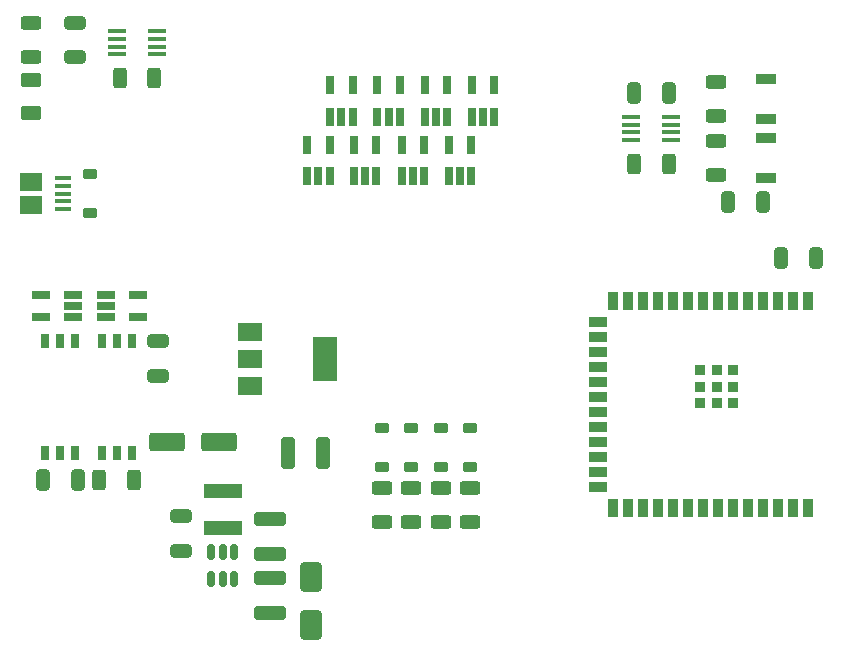
<source format=gbr>
%TF.GenerationSoftware,KiCad,Pcbnew,7.0.6*%
%TF.CreationDate,2024-01-14T01:11:59-05:00*%
%TF.ProjectId,Dynamo,44796e61-6d6f-42e6-9b69-6361645f7063,rev?*%
%TF.SameCoordinates,Original*%
%TF.FileFunction,Paste,Top*%
%TF.FilePolarity,Positive*%
%FSLAX46Y46*%
G04 Gerber Fmt 4.6, Leading zero omitted, Abs format (unit mm)*
G04 Created by KiCad (PCBNEW 7.0.6) date 2024-01-14 01:11:59*
%MOMM*%
%LPD*%
G01*
G04 APERTURE LIST*
G04 Aperture macros list*
%AMRoundRect*
0 Rectangle with rounded corners*
0 $1 Rounding radius*
0 $2 $3 $4 $5 $6 $7 $8 $9 X,Y pos of 4 corners*
0 Add a 4 corners polygon primitive as box body*
4,1,4,$2,$3,$4,$5,$6,$7,$8,$9,$2,$3,0*
0 Add four circle primitives for the rounded corners*
1,1,$1+$1,$2,$3*
1,1,$1+$1,$4,$5*
1,1,$1+$1,$6,$7*
1,1,$1+$1,$8,$9*
0 Add four rect primitives between the rounded corners*
20,1,$1+$1,$2,$3,$4,$5,0*
20,1,$1+$1,$4,$5,$6,$7,0*
20,1,$1+$1,$6,$7,$8,$9,0*
20,1,$1+$1,$8,$9,$2,$3,0*%
G04 Aperture macros list end*
%ADD10RoundRect,0.250000X0.325000X1.100000X-0.325000X1.100000X-0.325000X-1.100000X0.325000X-1.100000X0*%
%ADD11RoundRect,0.250000X0.650000X-1.000000X0.650000X1.000000X-0.650000X1.000000X-0.650000X-1.000000X0*%
%ADD12R,0.900000X1.500000*%
%ADD13R,1.500000X0.900000*%
%ADD14R,0.900000X0.900000*%
%ADD15RoundRect,0.225000X0.375000X-0.225000X0.375000X0.225000X-0.375000X0.225000X-0.375000X-0.225000X0*%
%ADD16R,1.560000X0.650000*%
%ADD17R,1.600000X0.300000*%
%ADD18R,3.300000X1.200000*%
%ADD19RoundRect,0.250000X-1.100000X0.325000X-1.100000X-0.325000X1.100000X-0.325000X1.100000X0.325000X0*%
%ADD20RoundRect,0.250000X1.100000X-0.325000X1.100000X0.325000X-1.100000X0.325000X-1.100000X-0.325000X0*%
%ADD21R,0.650000X1.560000*%
%ADD22RoundRect,0.250000X0.312500X0.625000X-0.312500X0.625000X-0.312500X-0.625000X0.312500X-0.625000X0*%
%ADD23RoundRect,0.250000X0.625000X-0.312500X0.625000X0.312500X-0.625000X0.312500X-0.625000X-0.312500X0*%
%ADD24RoundRect,0.250000X1.250000X0.550000X-1.250000X0.550000X-1.250000X-0.550000X1.250000X-0.550000X0*%
%ADD25RoundRect,0.250000X-0.325000X-0.650000X0.325000X-0.650000X0.325000X0.650000X-0.325000X0.650000X0*%
%ADD26R,1.700000X0.900000*%
%ADD27R,0.800000X1.300000*%
%ADD28RoundRect,0.250000X-0.625000X0.312500X-0.625000X-0.312500X0.625000X-0.312500X0.625000X0.312500X0*%
%ADD29RoundRect,0.250000X0.325000X0.650000X-0.325000X0.650000X-0.325000X-0.650000X0.325000X-0.650000X0*%
%ADD30RoundRect,0.250000X-0.625000X0.375000X-0.625000X-0.375000X0.625000X-0.375000X0.625000X0.375000X0*%
%ADD31RoundRect,0.250000X0.650000X-0.325000X0.650000X0.325000X-0.650000X0.325000X-0.650000X-0.325000X0*%
%ADD32RoundRect,0.250000X-0.650000X0.325000X-0.650000X-0.325000X0.650000X-0.325000X0.650000X0.325000X0*%
%ADD33R,1.350000X0.400000*%
%ADD34R,1.900000X1.500000*%
%ADD35RoundRect,0.150000X0.150000X-0.512500X0.150000X0.512500X-0.150000X0.512500X-0.150000X-0.512500X0*%
%ADD36R,2.000000X1.500000*%
%ADD37R,2.000000X3.800000*%
G04 APERTURE END LIST*
D10*
%TO.C,C6*%
X145025000Y-86500000D03*
X147975000Y-86500000D03*
%TD*%
D11*
%TO.C,D7*%
X147000000Y-101000000D03*
X147000000Y-97000000D03*
%TD*%
D12*
%TO.C,U10*%
X189070000Y-73600000D03*
X187800000Y-73600000D03*
X186530000Y-73600000D03*
X185260000Y-73600000D03*
X183990000Y-73600000D03*
X182720000Y-73600000D03*
X181450000Y-73600000D03*
X180180000Y-73600000D03*
X178910000Y-73600000D03*
X177640000Y-73600000D03*
X176370000Y-73600000D03*
X175100000Y-73600000D03*
X173830000Y-73600000D03*
X172560000Y-73600000D03*
D13*
X171310000Y-75365000D03*
X171310000Y-76635000D03*
X171310000Y-77905000D03*
X171310000Y-79175000D03*
X171310000Y-80445000D03*
X171310000Y-81715000D03*
X171310000Y-82985000D03*
X171310000Y-84255000D03*
X171310000Y-85525000D03*
X171310000Y-86795000D03*
X171310000Y-88065000D03*
X171310000Y-89335000D03*
D12*
X172560000Y-91100000D03*
X173830000Y-91100000D03*
X175100000Y-91100000D03*
X176370000Y-91100000D03*
X177640000Y-91100000D03*
X178910000Y-91100000D03*
X180180000Y-91100000D03*
X181450000Y-91100000D03*
X182720000Y-91100000D03*
X183990000Y-91100000D03*
X185260000Y-91100000D03*
X186530000Y-91100000D03*
X187800000Y-91100000D03*
X189070000Y-91100000D03*
D14*
X181350000Y-80850000D03*
X181350000Y-79450000D03*
X182750000Y-79450000D03*
X182750000Y-82250000D03*
X179950000Y-80850000D03*
X181350000Y-82250000D03*
X179950000Y-82250000D03*
X182750000Y-80850000D03*
X179950000Y-79450000D03*
%TD*%
D15*
%TO.C,D2*%
X153000000Y-84350000D03*
X153000000Y-87650000D03*
%TD*%
D16*
%TO.C,U5*%
X129650000Y-73050000D03*
X129650000Y-74000000D03*
X129650000Y-74950000D03*
X132350000Y-74950000D03*
X132350000Y-73050000D03*
%TD*%
D17*
%TO.C,U14*%
X133950000Y-50775000D03*
X133950000Y-51425000D03*
X133950000Y-52075000D03*
X133950000Y-52725000D03*
X130550000Y-52725000D03*
X130550000Y-52075000D03*
X130550000Y-51425000D03*
X130550000Y-50775000D03*
%TD*%
D18*
%TO.C,L1*%
X139500000Y-89700000D03*
X139500000Y-92800000D03*
%TD*%
D19*
%TO.C,C4*%
X143500000Y-92050000D03*
X143500000Y-95000000D03*
%TD*%
D20*
%TO.C,C2*%
X143500000Y-100000000D03*
X143500000Y-97050000D03*
%TD*%
D21*
%TO.C,U6*%
X152600000Y-58050000D03*
X153550000Y-58050000D03*
X154500000Y-58050000D03*
X154500000Y-55350000D03*
X152600000Y-55350000D03*
%TD*%
D22*
%TO.C,R3*%
X177262500Y-62000000D03*
X174337500Y-62000000D03*
%TD*%
%TO.C,R10*%
X133712500Y-54750000D03*
X130787500Y-54750000D03*
%TD*%
D23*
%TO.C,R7*%
X155450000Y-89400000D03*
X155450000Y-92325000D03*
%TD*%
%TO.C,R9*%
X160450000Y-89400000D03*
X160450000Y-92325000D03*
%TD*%
D24*
%TO.C,C5*%
X134800000Y-85500000D03*
X139200000Y-85500000D03*
%TD*%
D23*
%TO.C,R8*%
X157950000Y-89400000D03*
X157950000Y-92325000D03*
%TD*%
D25*
%TO.C,C1*%
X124295000Y-88750000D03*
X127245000Y-88750000D03*
%TD*%
D26*
%TO.C,BOOT1*%
X185500000Y-54800000D03*
X185500000Y-58200000D03*
%TD*%
D27*
%TO.C,U2*%
X124500000Y-86500000D03*
X125770000Y-86500000D03*
X127040000Y-86500000D03*
X127040000Y-77000000D03*
X125770000Y-77000000D03*
X124500000Y-77000000D03*
%TD*%
D28*
%TO.C,R4*%
X181250000Y-60037500D03*
X181250000Y-62962500D03*
%TD*%
D21*
%TO.C,U17*%
X158650000Y-63050000D03*
X159600000Y-63050000D03*
X160550000Y-63050000D03*
X160550000Y-60350000D03*
X158650000Y-60350000D03*
%TD*%
D28*
%TO.C,R2*%
X123250000Y-50037500D03*
X123250000Y-52962500D03*
%TD*%
D21*
%TO.C,U7*%
X148600000Y-58050000D03*
X149550000Y-58050000D03*
X150500000Y-58050000D03*
X150500000Y-55350000D03*
X148600000Y-55350000D03*
%TD*%
D29*
%TO.C,C7*%
X185225000Y-65250000D03*
X182275000Y-65250000D03*
%TD*%
D21*
%TO.C,U15*%
X146650000Y-63050000D03*
X147600000Y-63050000D03*
X148550000Y-63050000D03*
X148550000Y-60350000D03*
X146650000Y-60350000D03*
%TD*%
D30*
%TO.C,D1*%
X123250000Y-54850000D03*
X123250000Y-57650000D03*
%TD*%
D21*
%TO.C,U16*%
X154650000Y-63050000D03*
X155600000Y-63050000D03*
X156550000Y-63050000D03*
X156550000Y-60350000D03*
X154650000Y-60350000D03*
%TD*%
D22*
%TO.C,R1*%
X131982500Y-88750000D03*
X129057500Y-88750000D03*
%TD*%
D31*
%TO.C,CU14*%
X127000000Y-52975000D03*
X127000000Y-50025000D03*
%TD*%
D32*
%TO.C,CU2*%
X134000000Y-77025000D03*
X134000000Y-79975000D03*
%TD*%
D15*
%TO.C,D5*%
X160450000Y-84350000D03*
X160450000Y-87650000D03*
%TD*%
D33*
%TO.C,JUSB1*%
X126000000Y-63200000D03*
X126000000Y-63850000D03*
X126000000Y-64500000D03*
X126000000Y-65150000D03*
X126000000Y-65800000D03*
D34*
X123300000Y-63500000D03*
X123300000Y-65500000D03*
%TD*%
D17*
%TO.C,U13*%
X174100000Y-58025000D03*
X174100000Y-58675000D03*
X174100000Y-59325000D03*
X174100000Y-59975000D03*
X177500000Y-59975000D03*
X177500000Y-59325000D03*
X177500000Y-58675000D03*
X177500000Y-58025000D03*
%TD*%
D31*
%TO.C,C3*%
X136000000Y-94750000D03*
X136000000Y-91800000D03*
%TD*%
D21*
%TO.C,U12*%
X150600000Y-63050000D03*
X151550000Y-63050000D03*
X152500000Y-63050000D03*
X152500000Y-60350000D03*
X150600000Y-60350000D03*
%TD*%
D27*
%TO.C,U3*%
X129250000Y-86500000D03*
X130520000Y-86500000D03*
X131790000Y-86500000D03*
X131790000Y-77000000D03*
X130520000Y-77000000D03*
X129250000Y-77000000D03*
%TD*%
D23*
%TO.C,R6*%
X153000000Y-89412500D03*
X153000000Y-92337500D03*
%TD*%
D25*
%TO.C,CU10*%
X186775000Y-70000000D03*
X189725000Y-70000000D03*
%TD*%
D21*
%TO.C,U9*%
X160600000Y-58050000D03*
X161550000Y-58050000D03*
X162500000Y-58050000D03*
X162500000Y-55350000D03*
X160600000Y-55350000D03*
%TD*%
D26*
%TO.C,RESET1*%
X185500000Y-59800000D03*
X185500000Y-63200000D03*
%TD*%
D35*
%TO.C,U1*%
X138550000Y-97137500D03*
X139500000Y-97137500D03*
X140450000Y-97137500D03*
X140450000Y-94862500D03*
X139500000Y-94862500D03*
X138550000Y-94862500D03*
%TD*%
D15*
%TO.C,D4*%
X157950000Y-84350000D03*
X157950000Y-87650000D03*
%TD*%
D36*
%TO.C,U11*%
X141850000Y-80800000D03*
D37*
X148150000Y-78500000D03*
D36*
X141850000Y-78500000D03*
X141850000Y-76200000D03*
%TD*%
D29*
%TO.C,CU13*%
X177275000Y-56000000D03*
X174325000Y-56000000D03*
%TD*%
D28*
%TO.C,R5*%
X181250000Y-55037500D03*
X181250000Y-57962500D03*
%TD*%
D16*
%TO.C,U4*%
X126850000Y-74950000D03*
X126850000Y-74000000D03*
X126850000Y-73050000D03*
X124150000Y-73050000D03*
X124150000Y-74950000D03*
%TD*%
D15*
%TO.C,D3*%
X155450000Y-87650000D03*
X155450000Y-84350000D03*
%TD*%
D21*
%TO.C,U8*%
X156600000Y-58050000D03*
X157550000Y-58050000D03*
X158500000Y-58050000D03*
X158500000Y-55350000D03*
X156600000Y-55350000D03*
%TD*%
D15*
%TO.C,D6*%
X128250000Y-66150000D03*
X128250000Y-62850000D03*
%TD*%
M02*

</source>
